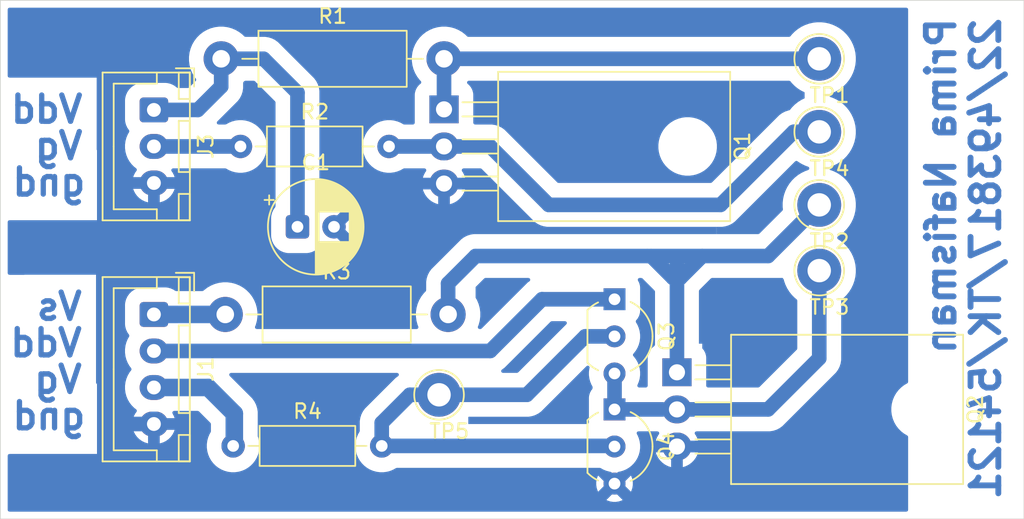
<source format=kicad_pcb>
(kicad_pcb (version 20241229) (generator "pcbnew") (generator_version "9.0")
  (layers (0 "F.Cu" signal) (2 "B.Cu" signal) (13 "F.Paste" user) (15 "B.Paste" user) (5 "F.SilkS" user "F.Silkscreen") (7 "B.SilkS" user "B.Silkscreen") (1 "F.Mask" user) (3 "B.Mask" user) (25 "Edge.Cuts" user))
  (net 0 "")
  (net 1 "GNDREF")
  (net 2 "Net-(Q1-G)")
  (net 3 "Net-(Q1-D)")
  (net 4 "Vd")
  (net 5 "Net-(Q3-B)")
  (net 6 "Net-(Q2-G)")
  (net 7 "Vg")
  (net 8 "Net-(Q2-D)")
  (net 9 "Vs")
  (net 10 "Net-(J3-Pin_1)")
  (net 11 "Net-(J1-Pin_3)")
  (footprint "Connector_JST:JST_XH_B3B-XH-A_1x03_P2.50mm_Vertical" (layer "F.Cu") (at 76 104 -90)
    (property "Reference" "J3" (at 2.5 -3.55 90) (layer "F.SilkS"))
    (property "Value" "Conn_01x03")
    (fp_line (start -2.56 3.51) (end 7.56 3.51) (stroke (width 0.12)) (layer "F.SilkS"))
    (fp_line (start 7.56 3.51) (end 7.56 -2.46) (stroke (width 0.12)) (layer "F.SilkS"))
    (fp_line (start -1.8 2.75) (end 2.5 2.75) (stroke (width 0.12)) (layer "F.SilkS"))
    (fp_line (start 6.8 2.75) (end 2.5 2.75) (stroke (width 0.12)) (layer "F.SilkS"))
    (fp_line (start -2.55 -0.2) (end -1.8 -0.2) (stroke (width 0.12)) (layer "F.SilkS"))
    (fp_line (start -1.8 -0.2) (end -1.8 2.75) (stroke (width 0.12)) (layer "F.SilkS"))
    (fp_line (start 6.8 -0.2) (end 6.8 2.75) (stroke (width 0.12)) (layer "F.SilkS"))
    (fp_line (start 7.55 -0.2) (end 6.8 -0.2) (stroke (width 0.12)) (layer "F.SilkS"))
    (fp_line (start -2.55 -1.7) (end -0.75 -1.7) (stroke (width 0.12)) (layer "F.SilkS"))
    (fp_line (start -0.75 -1.7) (end -0.75 -2.45) (stroke (width 0.12)) (layer "F.SilkS"))
    (fp_line (start 0.75 -1.7) (end 4.25 -1.7) (stroke (width 0.12)) (layer "F.SilkS"))
    (fp_line (start 4.25 -1.7) (end 4.25 -2.45) (stroke (width 0.12)) (layer "F.SilkS"))
    (fp_line (start 5.75 -1.7) (end 7.55 -1.7) (stroke (width 0.12)) (layer "F.SilkS"))
    (fp_line (start 7.55 -1.7) (end 7.55 -2.45) (stroke (width 0.12)) (layer "F.SilkS"))
    (fp_line (start -2.55 -2.45) (end -2.55 -1.7) (stroke (width 0.12)) (layer "F.SilkS"))
    (fp_line (start -0.75 -2.45) (end -2.55 -2.45) (stroke (width 0.12)) (layer "F.SilkS"))
    (fp_line (start 0.75 -2.45) (end 0.75 -1.7) (stroke (width 0.12)) (layer "F.SilkS"))
    (fp_line (start 4.25 -2.45) (end 0.75 -2.45) (stroke (width 0.12)) (layer "F.SilkS"))
    (fp_line (start 5.75 -2.45) (end 5.75 -1.7) (stroke (width 0.12)) (layer "F.SilkS"))
    (fp_line (start 7.55 -2.45) (end 5.75 -2.45) (stroke (width 0.12)) (layer "F.SilkS"))
    (fp_line (start -2.56 -2.46) (end -2.56 3.51) (stroke (width 0.12)) (layer "F.SilkS"))
    (fp_line (start 7.56 -2.46) (end -2.56 -2.46) (stroke (width 0.12)) (layer "F.SilkS"))
    (fp_line (start -2.85 -2.75) (end -2.85 -1.5) (stroke (width 0.12)) (layer "F.SilkS"))
    (fp_line (start -1.6 -2.75) (end -2.85 -2.75) (stroke (width 0.12)) (layer "F.SilkS"))
    (pad "1" thru_hole roundrect (at 0 0 270) (size 1.7 1.95) (drill 0.95) (layers "*.Cu" "*.Mask") (roundrect_rratio 0.147059) (net 10 "Net-(J3-Pin_1)"))
    (pad "2" thru_hole oval (at 2.5 0 270) (size 1.7 1.95) (drill 0.95) (layers "*.Cu" "*.Mask") (net 7 "Vg"))
    (pad "3" thru_hole oval (at 5 0 270) (size 1.7 1.95) (drill 0.95) (layers "*.Cu" "*.Mask") (net 1 "GNDREF"))
  )
  (footprint "Package_TO_SOT_THT:TO-92_Inline_Wide" (layer "F.Cu") (at 107.5 124.5 -90)
    (property "Reference" "Q4" (at 2.54 -3.56 270) (layer "F.SilkS"))
    (property "Value" "PNP")
    (fp_line (start 0.74 1.85) (end 4.34 1.85) (stroke (width 0.12)) (layer "F.SilkS"))
    (fp_arc (start 0.74 1.85) (mid 0.446097 1.509328) (end 0.215816 1.122795) (stroke (width 0.12)) (layer "F.SilkS"))
    (fp_arc (start 4.864184 1.122795) (mid 4.633903 1.509328) (end 4.34 1.85) (stroke (width 0.12)) (layer "F.SilkS"))
    (fp_arc (start 0.1836 -1.098807) (mid 1.143021 -2.192817) (end 2.54 -2.6) (stroke (width 0.12)) (layer "F.SilkS"))
    (fp_arc (start 2.54 -2.6) (mid 3.936979 -2.192818) (end 4.8964 -1.098807) (stroke (width 0.12)) (layer "F.SilkS"))
    (pad "1" thru_hole rect (at 0 0 270) (size 1.5 1.5) (drill 0.8) (layers "*.Cu" "*.Mask") (net 6 "Net-(Q2-G)"))
    (pad "2" thru_hole circle (at 2.54 0 270) (size 1.5 1.5) (drill 0.8) (layers "*.Cu" "*.Mask") (net 5 "Net-(Q3-B)"))
    (pad "3" thru_hole circle (at 5.08 0 270) (size 1.5 1.5) (drill 0.8) (layers "*.Cu" "*.Mask") (net 1 "GNDREF"))
  )
  (footprint "Resistor_THT:R_Axial_DIN0207_L6.3mm_D2.5mm_P10.16mm_Horizontal" (layer "F.Cu") (at 81.42 127)
    (property "Reference" "R4" (at 5.08 -2.37 0) (layer "F.SilkS"))
    (property "Value" "47")
    (fp_line (start 1.04 0) (end 1.81 0) (stroke (width 0.12)) (layer "F.SilkS"))
    (fp_line (start 9.12 0) (end 8.35 0) (stroke (width 0.12)) (layer "F.SilkS"))
    (fp_rect (start 1.81 -1.37) (end 8.35 1.37) (stroke (width 0.12)) (fill no) (layer "F.SilkS"))
    (pad "1" thru_hole circle (at 0 0) (size 1.6 1.6) (drill 0.8) (layers "*.Cu" "*.Mask") (net 11 "Net-(J1-Pin_3)"))
    (pad "2" thru_hole circle (at 10.16 0) (size 1.6 1.6) (drill 0.8) (layers "*.Cu" "*.Mask") (net 5 "Net-(Q3-B)"))
  )
  (footprint "TestPoint:TestPoint_Loop_D2.60mm_Drill1.6mm_Beaded" (layer "F.Cu") (at 121.5 105.5)
    (property "Reference" "TP4" (at 0.7 2.5 0) (layer "F.SilkS"))
    (property "Value" "TestPoint")
    (fp_circle (center 0 0) (end 1.7 0) (stroke (width 0.12)) (fill no) (layer "F.SilkS"))
    (pad "1" thru_hole circle (at 0 0) (size 3 3) (drill 1.6) (layers "*.Cu" "*.Mask") (net 2 "Net-(Q1-G)"))
  )
  (footprint "Package_TO_SOT_THT:TO-220-3_Horizontal_TabDown" (layer "F.Cu") (at 111.77 121.96 -90)
    (property "Reference" "Q2" (at 2.54 -20.41 90) (layer "F.SilkS"))
    (property "Value" "NMOS")
    (fp_line (start -2.57 -3.7) (end 7.65 -3.7) (stroke (width 0.12)) (layer "F.SilkS"))
    (fp_line (start -2.57 -3.7) (end -2.57 -19.57) (stroke (width 0.12)) (layer "F.SilkS"))
    (fp_line (start -0.485 -3.7) (end -0.485 -1.26) (stroke (width 0.12)) (layer "F.SilkS"))
    (fp_line (start 0.485 -3.7) (end 0.485 -1.26) (stroke (width 0.12)) (layer "F.SilkS"))
    (fp_line (start 2.055 -3.7) (end 2.055 -1.26) (stroke (width 0.12)) (layer "F.SilkS"))
    (fp_line (start 3.025 -3.7) (end 3.025 -1.26) (stroke (width 0.12)) (layer "F.SilkS"))
    (fp_line (start 4.595 -3.7) (end 4.595 -1.26) (stroke (width 0.12)) (layer "F.SilkS"))
    (fp_line (start 5.565 -3.7) (end 5.565 -1.26) (stroke (width 0.12)) (layer "F.SilkS"))
    (fp_line (start 7.65 -3.7) (end 7.65 -19.57) (stroke (width 0.12)) (layer "F.SilkS"))
    (fp_line (start -2.57 -19.57) (end 7.65 -19.57) (stroke (width 0.12)) (layer "F.SilkS"))
    (pad "" np_thru_hole circle (at 2.54 -16.66 270) (size 3.5 3.5) (drill 3.5) (layers "*.Cu" "*.Mask"))
    (pad "1" thru_hole rect (at 0 0 270) (size 1.905 2) (drill 1.1) (layers "*.Cu" "*.Mask") (net 8 "Net-(Q2-D)"))
    (pad "2" thru_hole oval (at 2.54 0 270) (size 1.905 2) (drill 1.1) (layers "*.Cu" "*.Mask") (net 6 "Net-(Q2-G)"))
    (pad "3" thru_hole oval (at 5.08 0 270) (size 1.905 2) (drill 1.1) (layers "*.Cu" "*.Mask") (net 1 "GNDREF"))
  )
  (footprint "Package_TO_SOT_THT:TO-220-3_Horizontal_TabDown" (layer "F.Cu") (at 95.84 103.96 -90)
    (property "Reference" "Q1" (at 2.54 -20.41 90) (layer "F.SilkS"))
    (property "Value" "NMOS")
    (fp_line (start -2.57 -3.7) (end 7.65 -3.7) (stroke (width 0.12)) (layer "F.SilkS"))
    (fp_line (start -2.57 -3.7) (end -2.57 -19.57) (stroke (width 0.12)) (layer "F.SilkS"))
    (fp_line (start -0.485 -3.7) (end -0.485 -1.26) (stroke (width 0.12)) (layer "F.SilkS"))
    (fp_line (start 0.485 -3.7) (end 0.485 -1.26) (stroke (width 0.12)) (layer "F.SilkS"))
    (fp_line (start 2.055 -3.7) (end 2.055 -1.26) (stroke (width 0.12)) (layer "F.SilkS"))
    (fp_line (start 3.025 -3.7) (end 3.025 -1.26) (stroke (width 0.12)) (layer "F.SilkS"))
    (fp_line (start 4.595 -3.7) (end 4.595 -1.26) (stroke (width 0.12)) (layer "F.SilkS"))
    (fp_line (start 5.565 -3.7) (end 5.565 -1.26) (stroke (width 0.12)) (layer "F.SilkS"))
    (fp_line (start 7.65 -3.7) (end 7.65 -19.57) (stroke (width 0.12)) (layer "F.SilkS"))
    (fp_line (start -2.57 -19.57) (end 7.65 -19.57) (stroke (width 0.12)) (layer "F.SilkS"))
    (pad "" np_thru_hole circle (at 2.54 -16.66 270) (size 3.5 3.5) (drill 3.5) (layers "*.Cu" "*.Mask"))
    (pad "1" thru_hole rect (at 0 0 270) (size 1.905 2) (drill 1.1) (layers "*.Cu" "*.Mask") (net 3 "Net-(Q1-D)"))
    (pad "2" thru_hole oval (at 2.54 0 270) (size 1.905 2) (drill 1.1) (layers "*.Cu" "*.Mask") (net 2 "Net-(Q1-G)"))
    (pad "3" thru_hole oval (at 5.08 0 270) (size 1.905 2) (drill 1.1) (layers "*.Cu" "*.Mask") (net 1 "GNDREF"))
  )
  (footprint "Capacitor_THT:CP_Radial_D6.3mm_P2.50mm" (layer "F.Cu") (at 85.817621 112)
    (property "Reference" "C1" (at 1.25 -4.4 0) (layer "F.SilkS"))
    (property "Value" "100u")
    (fp_line (start -2.250241 -1.839) (end -1.620241 -1.839) (stroke (width 0.12)) (layer "F.SilkS"))
    (fp_line (start -1.935241 -2.154) (end -1.935241 -1.524) (stroke (width 0.12)) (layer "F.SilkS"))
    (fp_line (start 1.25 -3.23) (end 1.25 3.23) (stroke (width 0.12)) (layer "F.SilkS"))
    (fp_line (start 1.29 -3.23) (end 1.29 3.23) (stroke (width 0.12)) (layer "F.SilkS"))
    (fp_line (start 1.33 -3.229) (end 1.33 3.229) (stroke (width 0.12)) (layer "F.SilkS"))
    (fp_line (start 1.37 -3.228) (end 1.37 3.228) (stroke (width 0.12)) (layer "F.SilkS"))
    (fp_line (start 1.41 -3.226) (end 1.41 3.226) (stroke (width 0.12)) (layer "F.SilkS"))
    (fp_line (start 1.45 -3.224) (end 1.45 3.224) (stroke (width 0.12)) (layer "F.SilkS"))
    (fp_line (start 1.49 -3.221) (end 1.49 -1.04) (stroke (width 0.12)) (layer "F.SilkS"))
    (fp_line (start 1.49 1.04) (end 1.49 3.221) (stroke (width 0.12)) (layer "F.SilkS"))
    (fp_line (start 1.53 -3.218) (end 1.53 -1.04) (stroke (width 0.12)) (layer "F.SilkS"))
    (fp_line (start 1.53 1.04) (end 1.53 3.218) (stroke (width 0.12)) (layer "F.SilkS"))
    (fp_line (start 1.57 -3.214) (end 1.57 -1.04) (stroke (width 0.12)) (layer "F.SilkS"))
    (fp_line (start 1.57 1.04) (end 1.57 3.214) (stroke (width 0.12)) (layer "F.SilkS"))
    (fp_line (start 1.61 -3.21) (end 1.61 -1.04) (stroke (width 0.12)) (layer "F.SilkS"))
    (fp_line (start 1.61 1.04) (end 1.61 3.21) (stroke (width 0.12)) (layer "F.SilkS"))
    (fp_line (start 1.65 -3.205) (end 1.65 -1.04) (stroke (width 0.12)) (layer "F.SilkS"))
    (fp_line (start 1.65 1.04) (end 1.65 3.205) (stroke (width 0.12)) (layer "F.SilkS"))
    (fp_line (start 1.69 -3.2) (end 1.69 -1.04) (stroke (width 0.12)) (layer "F.SilkS"))
    (fp_line (start 1.69 1.04) (end 1.69 3.2) (stroke (width 0.12)) (layer "F.SilkS"))
    (fp_line (start 1.73 -3.195) (end 1.73 -1.04) (stroke (width 0.12)) (layer "F.SilkS"))
    (fp_line (start 1.73 1.04) (end 1.73 3.195) (stroke (width 0.12)) (layer "F.SilkS"))
    (fp_line (start 1.77 -3.188) (end 1.77 -1.04) (stroke (width 0.12)) (layer "F.SilkS"))
    (fp_line (start 1.77 1.04) (end 1.77 3.188) (stroke (width 0.12)) (layer "F.SilkS"))
    (fp_line (start 1.81 -3.182) (end 1.81 -1.04) (stroke (width 0.12)) (layer "F.SilkS"))
    (fp_line (start 1.81 1.04) (end 1.81 3.182) (stroke (width 0.12)) (layer "F.SilkS"))
    (fp_line (start 1.85 -3.174) (end 1.85 -1.04) (stroke (width 0.12)) (layer "F.SilkS"))
    (fp_line (start 1.85 1.04) (end 1.85 3.174) (stroke (width 0.12)) (layer "F.SilkS"))
    (fp_line (start 1.89 -3.167) (end 1.89 -1.04) (stroke (width 0.12)) (layer "F.SilkS"))
    (fp_line (start 1.89 1.04) (end 1.89 3.167) (stroke (width 0.12)) (layer "F.SilkS"))
    (fp_line (start 1.93 -3.159) (end 1.93 -1.04) (stroke (width 0.12)) (layer "F.SilkS"))
    (fp_line (start 1.93 1.04) (end 1.93 3.159) (stroke (width 0.12)) (layer "F.SilkS"))
    (fp_line (start 1.97 -3.15) (end 1.97 -1.04) (stroke (width 0.12)) (layer "F.SilkS"))
    (fp_line (start 1.97 1.04) (end 1.97 3.15) (stroke (width 0.12)) (layer "F.SilkS"))
    (fp_line (start 2.01 -3.14) (end 2.01 -1.04) (stroke (width 0.12)) (layer "F.SilkS"))
    (fp_line (start 2.01 1.04) (end 2.01 3.14) (stroke (width 0.12)) (layer "F.SilkS"))
    (fp_line (start 2.05 -3.131) (end 2.05 -1.04) (stroke (width 0.12)) (layer "F.SilkS"))
    (fp_line (start 2.05 1.04) (end 2.05 3.131) (stroke (width 0.12)) (layer "F.SilkS"))
    (fp_line (start 2.09 -3.12) (end 2.09 -1.04) (stroke (width 0.12)) (layer "F.SilkS"))
    (fp_line (start 2.09 1.04) (end 2.09 3.12) (stroke (width 0.12)) (layer "F.SilkS"))
    (fp_line (start 2.13 -3.109) (end 2.13 -1.04) (stroke (width 0.12)) (layer "F.SilkS"))
    (fp_line (start 2.13 1.04) (end 2.13 3.109) (stroke (width 0.12)) (layer "F.SilkS"))
    (fp_line (start 2.17 -3.098) (end 2.17 -1.04) (stroke (width 0.12)) (layer "F.SilkS"))
    (fp_line (start 2.17 1.04) (end 2.17 3.098) (stroke (width 0.12)) (layer "F.SilkS"))
    (fp_line (start 2.21 -3.086) (end 2.21 -1.04) (stroke (width 0.12)) (layer "F.SilkS"))
    (fp_line (start 2.21 1.04) (end 2.21 3.086) (stroke (width 0.12)) (layer "F.SilkS"))
    (fp_line (start 2.25 -3.073) (end 2.25 -1.04) (stroke (width 0.12)) (layer "F.SilkS"))
    (fp_line (start 2.25 1.04) (end 2.25 3.073) (stroke (width 0.12)) (layer "F.SilkS"))
    (fp_line (start 2.29 -3.06) (end 2.29 -1.04) (stroke (width 0.12)) (layer "F.SilkS"))
    (fp_line (start 2.29 1.04) (end 2.29 3.06) (stroke (width 0.12)) (layer "F.SilkS"))
    (fp_line (start 2.33 -3.047) (end 2.33 -1.04) (stroke (width 0.12)) (layer "F.SilkS"))
    (fp_line (start 2.33 1.04) (end 2.33 3.047) (stroke (width 0.12)) (layer "F.SilkS"))
    (fp_line (start 2.37 -3.032) (end 2.37 -1.04) (stroke (width 0.12)) (layer "F.SilkS"))
    (fp_line (start 2.37 1.04) (end 2.37 3.032) (stroke (width 0.12)) (layer "F.SilkS"))
    (fp_line (start 2.41 -3.017) (end 2.41 -1.04) (stroke (width 0.12)) (layer "F.SilkS"))
    (fp_line (start 2.41 1.04) (end 2.41 3.017) (stroke (width 0.12)) (layer "F.SilkS"))
    (fp_line (start 2.45 -3.002) (end 2.45 -1.04) (stroke (width 0.12)) (layer "F.SilkS"))
    (fp_line (start 2.45 1.04) (end 2.45 3.002) (stroke (width 0.12)) (layer "F.SilkS"))
    (fp_line (start 2.49 -2.986) (end 2.49 -1.04) (stroke (width 0.12)) (layer "F.SilkS"))
    (fp_line (start 2.49 1.04) (end 2.49 2.986) (stroke (width 0.12)) (layer "F.SilkS"))
    (fp_line (start 2.53 -2.969) (end 2.53 -1.04) (stroke (width 0.12)) (layer "F.SilkS"))
    (fp_line (start 2.53 1.04) (end 2.53 2.969) (stroke (width 0.12)) (layer "F.SilkS"))
    (fp_line (start 2.57 -2.952) (end 2.57 -1.04) (stroke (width 0.12)) (layer "F.SilkS"))
    (fp_line (start 2.57 1.04) (end 2.57 2.952) (stroke (width 0.12)) (layer "F.SilkS"))
    (fp_line (start 2.61 -2.934) (end 2.61 -1.04) (stroke (width 0.12)) (layer "F.SilkS"))
    (fp_line (start 2.61 1.04) (end 2.61 2.934) (stroke (width 0.12)) (layer "F.SilkS"))
    (fp_line (start 2.65 -2.915) (end 2.65 -1.04) (stroke (width 0.12)) (layer "F.SilkS"))
    (fp_line (start 2.65 1.04) (end 2.65 2.915) (stroke (width 0.12)) (layer "F.SilkS"))
    (fp_line (start 2.69 -2.896) (end 2.69 -1.04) (stroke (width 0.12)) (layer "F.SilkS"))
    (fp_line (start 2.69 1.04) (end 2.69 2.896) (stroke (width 0.12)) (layer "F.SilkS"))
    (fp_line (start 2.73 -2.876) (end 2.73 -1.04) (stroke (width 0.12)) (layer "F.SilkS"))
    (fp_line (start 2.73 1.04) (end 2.73 2.876) (stroke (width 0.12)) (layer "F.SilkS"))
    (fp_line (start 2.77 -2.855) (end 2.77 -1.04) (stroke (width 0.12)) (layer "F.SilkS"))
    (fp_line (start 2.77 1.04) (end 2.77 2.855) (stroke (width 0.12)) (layer "F.SilkS"))
    (fp_line (start 2.81 -2.834) (end 2.81 -1.04) (stroke (width 0.12)) (layer "F.SilkS"))
    (fp_line (start 2.81 1.04) (end 2.81 2.834) (stroke (width 0.12)) (layer "F.SilkS"))
    (fp_line (start 2.85 -2.812) (end 2.85 -1.04) (stroke (width 0.12)) (layer "F.SilkS"))
    (fp_line (start 2.85 1.04) (end 2.85 2.812) (stroke (width 0.12)) (layer "F.SilkS"))
    (fp_line (start 2.89 -2.789) (end 2.89 -1.04) (stroke (width 0.12)) (layer "F.SilkS"))
    (fp_line (start 2.89 1.04) (end 2.89 2.789) (stroke (width 0.12)) (layer "F.SilkS"))
    (fp_line (start 2.93 -2.765) (end 2.93 -1.04) (stroke (width 0.12)) (layer "F.SilkS"))
    (fp_line (start 2.93 1.04) (end 2.93 2.765) (stroke (width 0.12)) (layer "F.SilkS"))
    (fp_line (start 2.97 -2.741) (end 2.97 -1.04) (stroke (width 0.12)) (layer "F.SilkS"))
    (fp_line (start 2.97 1.04) (end 2.97 2.741) (stroke (width 0.12)) (layer "F.SilkS"))
    (fp_line (start 3.01 -2.716) (end 3.01 -1.04) (stroke (width 0.12)) (layer "F.SilkS"))
    (fp_line (start 3.01 1.04) (end 3.01 2.716) (stroke (width 0.12)) (layer "F.SilkS"))
    (fp_line (start 3.05 -2.69) (end 3.05 -1.04) (stroke (width 0.12)) (layer "F.SilkS"))
    (fp_line (start 3.05 1.04) (end 3.05 2.69) (stroke (width 0.12)) (layer "F.SilkS"))
    (fp_line (start 3.09 -2.663) (end 3.09 -1.04) (stroke (width 0.12)) (layer "F.SilkS"))
    (fp_line (start 3.09 1.04) (end 3.09 2.663) (stroke (width 0.12)) (layer "F.SilkS"))
    (fp_line (start 3.13 -2.636) (end 3.13 -1.04) (stroke (width 0.12)) (layer "F.SilkS"))
    (fp_line (start 3.13 1.04) (end 3.13 2.636) (stroke (width 0.12)) (layer "F.SilkS"))
    (fp_line (start 3.17 -2.607) (end 3.17 -1.04) (stroke (width 0.12)) (layer "F.SilkS"))
    (fp_line (start 3.17 1.04) (end 3.17 2.607) (stroke (width 0.12)) (layer "F.SilkS"))
    (fp_line (start 3.21 -2.577) (end 3.21 -1.04) (stroke (width 0.12)) (layer "F.SilkS"))
    (fp_line (start 3.21 1.04) (end 3.21 2.577) (stroke (width 0.12)) (layer "F.SilkS"))
    (fp_line (start 3.25 -2.547) (end 3.25 -1.04) (stroke (width 0.12)) (layer "F.SilkS"))
    (fp_line (start 3.25 1.04) (end 3.25 2.547) (stroke (width 0.12)) (layer "F.SilkS"))
    (fp_line (start 3.29 -2.516) (end 3.29 -1.04) (stroke (width 0.12)) (layer "F.SilkS"))
    (fp_line (start 3.29 1.04) (end 3.29 2.516) (stroke (width 0.12)) (layer "F.SilkS"))
    (fp_line (start 3.33 -2.483) (end 3.33 -1.04) (stroke (width 0.12)) (layer "F.SilkS"))
    (fp_line (start 3.33 1.04) (end 3.33 2.483) (stroke (width 0.12)) (layer "F.SilkS"))
    (fp_line (start 3.37 -2.45) (end 3.37 -1.04) (stroke (width 0.12)) (layer "F.SilkS"))
    (fp_line (start 3.37 1.04) (end 3.37 2.45) (stroke (width 0.12)) (layer "F.SilkS"))
    (fp_line (start 3.41 -2.415) (end 3.41 -1.04) (stroke (width 0.12)) (layer "F.SilkS"))
    (fp_line (start 3.41 1.04) (end 3.41 2.415) (stroke (width 0.12)) (layer "F.SilkS"))
    (fp_line (start 3.45 -2.379) (end 3.45 -1.04) (stroke (width 0.12)) (layer "F.SilkS"))
    (fp_line (start 3.45 1.04) (end 3.45 2.379) (stroke (width 0.12)) (layer "F.SilkS"))
    (fp_line (start 3.49 -2.342) (end 3.49 -1.04) (stroke (width 0.12)) (layer "F.SilkS"))
    (fp_line (start 3.49 1.04) (end 3.49 2.342) (stroke (width 0.12)) (layer "F.SilkS"))
    (fp_line (start 3.53 -2.304) (end 3.53 -1.04) (stroke (width 0.12)) (layer "F.SilkS"))
    (fp_line (start 3.53 1.04) (end 3.53 2.304) (stroke (width 0.12)) (layer "F.SilkS"))
    (fp_line (start 3.57 -2.264) (end 3.57 2.264) (stroke (width 0.12)) (layer "F.SilkS"))
    (fp_line (start 3.61 -2.223) (end 3.61 2.223) (stroke (width 0.12)) (layer "F.SilkS"))
    (fp_line (start 3.65 -2.181) (end 3.65 2.181) (stroke (width 0.12)) (layer "F.SilkS"))
    (fp_line (start 3.69 -2.137) (end 3.69 2.137) (stroke (width 0.12)) (layer "F.SilkS"))
    (fp_line (start 3.73 -2.091) (end 3.73 2.091) (stroke (width 0.12)) (layer "F.SilkS"))
    (fp_line (start 3.77 -2.044) (end 3.77 2.044) (stroke (width 0.12)) (layer "F.SilkS"))
    (fp_line (start 3.81 -1.995) (end 3.81 1.995) (stroke (width 0.12)) (layer "F.SilkS"))
    (fp_line (start 3.85 -1.943) (end 3.85 1.943) (stroke (width 0.12)) (layer "F.SilkS"))
    (fp_line (start 3.89 -1.89) (end 3.89 1.89) (stroke (width 0.12)) (layer "F.SilkS"))
    (fp_line (start 3.93 -1.834) (end 3.93 1.834) (stroke (width 0.12)) (layer "F.SilkS"))
    (fp_line (start 3.97 -1.775) (end 3.97 1.775) (stroke (width 0.12)) (layer "F.SilkS"))
    (fp_line (start 4.01 -1.714) (end 4.01 1.714) (stroke (width 0.12)) (layer "F.SilkS"))
    (fp_line (start 4.05 -1.649) (end 4.05 1.649) (stroke (width 0.12)) (layer "F.SilkS"))
    (fp_line (start 4.09 -1.581) (end 4.09 1.581) (stroke (width 0.12)) (layer "F.SilkS"))
    (fp_line (start 4.13 -1.509) (end 4.13 1.509) (stroke (width 0.12)) (layer "F.SilkS"))
    (fp_line (start 4.17 -1.432) (end 4.17 1.432) (stroke (width 0.12)) (layer "F.SilkS"))
    (fp_line (start 4.21 -1.35) (end 4.21 1.35) (stroke (width 0.12)) (layer "F.SilkS"))
    (fp_line (start 4.25 -1.261) (end 4.25 1.261) (stroke (width 0.12)) (layer "F.SilkS"))
    (fp_line (start 4.29 -1.165) (end 4.29 1.165) (stroke (width 0.12)) (layer "F.SilkS"))
    (fp_line (start 4.33 -1.058) (end 4.33 1.058) (stroke (width 0.12)) (layer "F.SilkS"))
    (fp_line (start 4.37 -0.939) (end 4.37 0.939) (stroke (width 0.12)) (layer "F.SilkS"))
    (fp_line (start 4.41 -0.801) (end 4.41 0.801) (stroke (width 0.12)) (layer "F.SilkS"))
    (fp_line (start 4.45 -0.633) (end 4.45 0.633) (stroke (width 0.12)) (layer "F.SilkS"))
    (fp_line (start 4.49 -0.402) (end 4.49 0.402) (stroke (width 0.12)) (layer "F.SilkS"))
    (fp_circle (center 1.25 0) (end 4.52 0) (stroke (width 0.12)) (fill no) (layer "F.SilkS"))
    (pad "1" thru_hole roundrect (at 0 0) (size 1.6 1.6) (drill 0.8) (layers "*.Cu" "*.Mask") (roundrect_rratio 0.15625) (net 10 "Net-(J3-Pin_1)"))
    (pad "2" thru_hole circle (at 2.5 0) (size 1.6 1.6) (drill 0.8) (layers "*.Cu" "*.Mask") (net 1 "GNDREF"))
  )
  (footprint "TestPoint:TestPoint_Loop_D2.60mm_Drill1.6mm_Beaded" (layer "F.Cu") (at 95.5 123.5)
    (property "Reference" "TP5" (at 0.7 2.5 0) (layer "F.SilkS"))
    (property "Value" "TestPoint")
    (fp_circle (center 0 0) (end 1.7 0) (stroke (width 0.12)) (fill no) (layer "F.SilkS"))
    (pad "1" thru_hole circle (at 0 0) (size 3 3) (drill 1.6) (layers "*.Cu" "*.Mask") (net 5 "Net-(Q3-B)"))
  )
  (footprint "Resistor_THT:R_Axial_DIN0411_L9.9mm_D3.6mm_P15.24mm_Horizontal" (layer "F.Cu") (at 80.6 100.5)
    (property "Reference" "R1" (at 7.62 -2.92 0) (layer "F.SilkS"))
    (property "Value" "10")
    (fp_line (start 1.44 0) (end 2.55 0) (stroke (width 0.12)) (layer "F.SilkS"))
    (fp_line (start 13.8 0) (end 12.69 0) (stroke (width 0.12)) (layer "F.SilkS"))
    (fp_rect (start 2.55 -1.92) (end 12.69 1.92) (stroke (width 0.12)) (fill no) (layer "F.SilkS"))
    (pad "1" thru_hole circle (at 0 0) (size 2.4 2.4) (drill 1.2) (layers "*.Cu" "*.Mask") (net 10 "Net-(J3-Pin_1)"))
    (pad "2" thru_hole circle (at 15.24 0) (size 2.4 2.4) (drill 1.2) (layers "*.Cu" "*.Mask") (net 3 "Net-(Q1-D)"))
  )
  (footprint "TestPoint:TestPoint_Loop_D2.60mm_Drill1.6mm_Beaded" (layer "F.Cu") (at 121.5 115)
    (property "Reference" "TP3" (at 0.7 2.5 0) (layer "F.SilkS"))
    (property "Value" "TestPoint")
    (fp_circle (center 0 0) (end 1.7 0) (stroke (width 0.12)) (fill no) (layer "F.SilkS"))
    (pad "1" thru_hole circle (at 0 0) (size 3 3) (drill 1.6) (layers "*.Cu" "*.Mask") (net 6 "Net-(Q2-G)"))
  )
  (footprint "Resistor_THT:R_Axial_DIN0411_L9.9mm_D3.6mm_P15.24mm_Horizontal" (layer "F.Cu") (at 80.88 118)
    (property "Reference" "R3" (at 7.62 -2.92 0) (layer "F.SilkS"))
    (property "Value" "10")
    (fp_line (start 1.44 0) (end 2.55 0) (stroke (width 0.12)) (layer "F.SilkS"))
    (fp_line (start 13.8 0) (end 12.69 0) (stroke (width 0.12)) (layer "F.SilkS"))
    (fp_rect (start 2.55 -1.92) (end 12.69 1.92) (stroke (width 0.12)) (fill no) (layer "F.SilkS"))
    (pad "1" thru_hole circle (at 0 0) (size 2.4 2.4) (drill 1.2) (layers "*.Cu" "*.Mask") (net 9 "Vs"))
    (pad "2" thru_hole circle (at 15.24 0) (size 2.4 2.4) (drill 1.2) (layers "*.Cu" "*.Mask") (net 8 "Net-(Q2-D)"))
  )
  (footprint "Connector_JST:JST_XH_B4B-XH-A_1x04_P2.50mm_Vertical" (layer "F.Cu") (at 76 118 -90)
    (property "Reference" "J1" (at 3.75 -3.55 90) (layer "F.SilkS"))
    (property "Value" "Conn_01x04")
    (fp_line (start -2.56 3.51) (end 10.06 3.51) (stroke (width 0.12)) (layer "F.SilkS"))
    (fp_line (start 10.06 3.51) (end 10.06 -2.46) (stroke (width 0.12)) (layer "F.SilkS"))
    (fp_line (start -1.8 2.75) (end 3.75 2.75) (stroke (width 0.12)) (layer "F.SilkS"))
    (fp_line (start 9.3 2.75) (end 3.75 2.75) (stroke (width 0.12)) (layer "F.SilkS"))
    (fp_line (start -2.55 -0.2) (end -1.8 -0.2) (stroke (width 0.12)) (layer "F.SilkS"))
    (fp_line (start -1.8 -0.2) (end -1.8 2.75) (stroke (width 0.12)) (layer "F.SilkS"))
    (fp_line (start 9.3 -0.2) (end 9.3 2.75) (stroke (width 0.12)) (layer "F.SilkS"))
    (fp_line (start 10.05 -0.2) (end 9.3 -0.2) (stroke (width 0.12)) (layer "F.SilkS"))
    (fp_line (start -2.55 -1.7) (end -0.75 -1.7) (stroke (width 0.12)) (layer "F.SilkS"))
    (fp_line (start -0.75 -1.7) (end -0.75 -2.45) (stroke (width 0.12)) (layer "F.SilkS"))
    (fp_line (start 0.75 -1.7) (end 6.75 -1.7) (stroke (width 0.12)) (layer "F.SilkS"))
    (fp_line (start 6.75 -1.7) (end 6.75 -2.45) (stroke (width 0.12)) (layer "F.SilkS"))
    (fp_line (start 8.25 -1.7) (end 10.05 -1.7) (stroke (width 0.12)) (layer "F.SilkS"))
    (fp_line (start 10.05 -1.7) (end 10.05 -2.45) (stroke (width 0.12)) (layer "F.SilkS"))
    (fp_line (start -2.55 -2.45) (end -2.55 -1.7) (stroke (width 0.12)) (layer "F.SilkS"))
    (fp_line (start -0.75 -2.45) (end -2.55 -2.45) (stroke (width 0.12)) (layer "F.SilkS"))
    (fp_line (start 0.75 -2.45) (end 0.75 -1.7) (stroke (width 0.12)) (layer "F.SilkS"))
    (fp_line (start 6.75 -2.45) (end 0.75 -2.45) (stroke (width 0.12)) (layer "F.SilkS"))
    (fp_line (start 8.25 -2.45) (end 8.25 -1.7) (stroke (width 0.12)) (layer "F.SilkS"))
    (fp_line (start 10.05 -2.45) (end 8.25 -2.45) (stroke (width 0.12)) (layer "F.SilkS"))
    (fp_line (start -2.56 -2.46) (end -2.56 3.51) (stroke (width 0.12)) (layer "F.SilkS"))
    (fp_line (start 10.06 -2.46) (end -2.56 -2.46) (stroke (width 0.12)) (layer "F.SilkS"))
    (fp_line (start -2.85 -2.75) (end -2.85 -1.5) (stroke (width 0.12)) (layer "F.SilkS"))
    (fp_line (start -1.6 -2.75) (end -2.85 -2.75) (stroke (width 0.12)) (layer "F.SilkS"))
    (pad "1" thru_hole roundrect (at 0 0 270) (size 1.7 1.95) (drill 0.95) (layers "*.Cu" "*.Mask") (roundrect_rratio 0.147059) (net 9 "Vs"))
    (pad "2" thru_hole oval (at 2.5 0 270) (size 1.7 1.95) (drill 0.95) (layers "*.Cu" "*.Mask") (net 4 "Vd"))
    (pad "3" thru_hole oval (at 5 0 270) (size 1.7 1.95) (drill 0.95) (layers "*.Cu" "*.Mask") (net 11 "Net-(J1-Pin_3)"))
    (pad "4" thru_hole oval (at 7.5 0 270) (size 1.7 1.95) (drill 0.95) (layers "*.Cu" "*.Mask") (net 1 "GNDREF"))
  )
  (footprint "Package_TO_SOT_THT:TO-92_Inline_Wide" (layer "F.Cu") (at 107.5 116.96 -90)
    (property "Reference" "Q3" (at 2.54 -3.56 270) (layer "F.SilkS"))
    (property "Value" "NPN")
    (fp_line (start 0.74 1.85) (end 4.34 1.85) (stroke (width 0.12)) (layer "F.SilkS"))
    (fp_arc (start 0.74 1.85) (mid 0.446097 1.509328) (end 0.215816 1.122795) (stroke (width 0.12)) (layer "F.SilkS"))
    (fp_arc (start 4.864184 1.122795) (mid 4.633903 1.509328) (end 4.34 1.85) (stroke (width 0.12)) (layer "F.SilkS"))
    (fp_arc (start 0.1836 -1.098807) (mid 1.143021 -2.192817) (end 2.54 -2.6) (stroke (width 0.12)) (layer "F.SilkS"))
    (fp_arc (start 2.54 -2.6) (mid 3.936979 -2.192818) (end 4.8964 -1.098807) (stroke (width 0.12)) (layer "F.SilkS"))
    (pad "1" thru_hole rect (at 0 0 270) (size 1.5 1.5) (drill 0.8) (layers "*.Cu" "*.Mask") (net 4 "Vd"))
    (pad "2" thru_hole circle (at 2.54 0 270) (size 1.5 1.5) (drill 0.8) (layers "*.Cu" "*.Mask") (net 5 "Net-(Q3-B)"))
    (pad "3" thru_hole circle (at 5.08 0 270) (size 1.5 1.5) (drill 0.8) (layers "*.Cu" "*.Mask") (net 6 "Net-(Q2-G)"))
  )
  (footprint "TestPoint:TestPoint_Loop_D2.60mm_Drill1.6mm_Beaded" (layer "F.Cu") (at 121.5 100.5)
    (property "Reference" "TP1" (at 0.7 2.5 0) (layer "F.SilkS"))
    (property "Value" "TestPoint")
    (fp_circle (center 0 0) (end 1.7 0) (stroke (width 0.12)) (fill no) (layer "F.SilkS"))
    (pad "1" thru_hole circle (at 0 0) (size 3 3) (drill 1.6) (layers "*.Cu" "*.Mask") (net 3 "Net-(Q1-D)"))
  )
  (footprint "TestPoint:TestPoint_Loop_D2.60mm_Drill1.6mm_Beaded" (layer "F.Cu") (at 121.5 110.5)
    (property "Reference" "TP2" (at 0.7 2.5 0) (layer "F.SilkS"))
    (property "Value" "TestPoint")
    (fp_circle (center 0 0) (end 1.7 0) (stroke (width 0.12)) (fill no) (layer "F.SilkS"))
    (pad "1" thru_hole circle (at 0 0) (size 3 3) (drill 1.6) (layers "*.Cu" "*.Mask") (net 8 "Net-(Q2-D)"))
  )
  (footprint "Resistor_THT:R_Axial_DIN0207_L6.3mm_D2.5mm_P10.16mm_Horizontal" (layer "F.Cu") (at 81.92 106.5)
    (property "Reference" "R2" (at 5.08 -2.37 0) (layer "F.SilkS"))
    (property "Value" "47")
    (fp_line (start 1.04 0) (end 1.81 0) (stroke (width 0.12)) (layer "F.SilkS"))
    (fp_line (start 9.12 0) (end 8.35 0) (stroke (width 0.12)) (layer "F.SilkS"))
    (fp_rect (start 1.81 -1.37) (end 8.35 1.37) (stroke (width 0.12)) (fill no) (layer "F.SilkS"))
    (pad "1" thru_hole circle (at 0 0) (size 1.6 1.6) (drill 0.8) (layers "*.Cu" "*.Mask") (net 7 "Vg"))
    (pad "2" thru_hole circle (at 10.16 0) (size 1.6 1.6) (drill 0.8) (layers "*.Cu" "*.Mask") (net 2 "Net-(Q1-G)"))
  )
  (gr_rect (start 65.5 96.5) (end 135.5 132) (stroke (width 0.05)) (fill no) (layer "Edge.Cuts"))
  (gr_text "Vg\n" (at 71.262463 123.506249 0) (layer "B.Cu") (effects (font (size 1.8 1.8) (thickness 0.36) (bold yes)) (justify left bottom mirror)))
  (gr_text "Vg\n" (at 71.307634 107.517413 0) (layer "B.Cu") (effects (font (size 1.8 1.8) (thickness 0.36) (bold yes)) (justify left bottom mirror)))
  (gr_text "Vdd" (at 71.262463 121.006249 0) (layer "B.Cu") (effects (font (size 1.8 1.8) (thickness 0.36) (bold yes)) (justify left bottom mirror)))
  (gr_text "gnd" (at 71.5 126 0) (layer "B.Cu") (effects (font (size 1.8 1.8) (thickness 0.36) (bold yes)) (justify left bottom mirror)))
  (gr_text "Vs" (at 71.262463 118.506249 0) (layer "B.Cu") (effects (font (size 1.8 1.8) (thickness 0.36) (bold yes)) (justify left bottom mirror)))
  (gr_text "Vdd" (at 71.307634 105.017413 0) (layer "B.Cu") (effects (font (size 1.8 1.8) (thickness 0.36) (bold yes)) (justify left bottom mirror)))
  (gr_text "gnd" (at 71.5 110 0) (layer "B.Cu") (effects (font (size 1.8 1.8) (thickness 0.36) (bold yes)) (justify left bottom mirror)))
  (gr_text "Prima Nafisman\n22/493817/TK/54121" (at 134 97.5 90) (layer "B.Cu") (effects (font (size 1.9 1.9) (thickness 0.4) (bold yes)) (justify left bottom mirror)))
  (segment (start 76 125.5) (end 74.5 125.5) (width 1) (layer "B.Cu") (net 1))
  (segment (start 119.75 105.5) (end 121.5 105.5) (width 1) (layer "B.Cu") (net 2))
  (segment (start 103 110.5) (end 114.75 110.5) (width 1) (layer "B.Cu") (net 2))
  (segment (start 114.75 110.5) (end 119.75 105.5) (width 1) (layer "B.Cu") (net 2))
  (segment (start 92.08 106.5) (end 95.84 106.5) (width 1) (layer "B.Cu") (net 2))
  (segment (start 99 106.5) (end 103 110.5) (width 1) (layer "B.Cu") (net 2))
  (segment (start 95.84 106.5) (end 99 106.5) (width 1) (layer "B.Cu") (net 2))
  (segment (start 95.84 100.5) (end 95.84 103.96) (width 1) (layer "B.Cu") (net 3))
  (segment (start 95.84 100.5) (end 121.5 100.5) (width 1) (layer "B.Cu") (net 3))
  (segment (start 76 120.5) (end 99 120.5) (width 1) (layer "B.Cu") (net 4))
  (segment (start 99 120.5) (end 102.54 116.96) (width 1) (layer "B.Cu") (net 4))
  (segment (start 102.54 116.96) (end 107.5 116.96) (width 1) (layer "B.Cu") (net 4))
  (segment (start 101.5 123.5) (end 95.5 123.5) (width 1) (layer "B.Cu") (net 5))
  (segment (start 93.5 123.5) (end 91.58 125.42) (width 1) (layer "B.Cu") (net 5))
  (segment (start 107.46 127) (end 107.5 127.04) (width 1) (layer "B.Cu") (net 5))
  (segment (start 95.5 123.5) (end 93.5 123.5) (width 1) (layer "B.Cu") (net 5))
  (segment (start 107.5 119.5) (end 105.5 119.5) (width 1) (layer "B.Cu") (net 5))
  (segment (start 105.5 119.5) (end 101.5 123.5) (width 1) (layer "B.Cu") (net 5))
  (segment (start 91.58 127) (end 107.46 127) (width 1) (layer "B.Cu") (net 5))
  (segment (start 91.58 125.42) (end 91.58 127) (width 1) (layer "B.Cu") (net 5))
  (segment (start 121.5 115) (end 121.5 121) (width 1) (layer "B.Cu") (net 6))
  (segment (start 121.5 121) (end 118 124.5) (width 1) (layer "B.Cu") (net 6))
  (segment (start 107.5 124.5) (end 110.77 124.5) (width 1) (layer "B.Cu") (net 6))
  (segment (start 118 124.5) (end 111.77 124.5) (width 1) (layer "B.Cu") (net 6))
  (segment (start 107.5 124.5) (end 107.499999 121.91122) (width 1) (layer "B.Cu") (net 6))
  (segment (start 76 106.5) (end 81.92 106.5) (width 1) (layer "B.Cu") (net 7))
  (segment (start 118 114) (end 113.5 114) (width 1) (layer "B.Cu") (net 8))
  (segment (start 96.12 118) (end 96.12 115.88) (width 1) (layer "B.Cu") (net 8))
  (segment (start 111.77 115.5) (end 112 115.5) (width 1) (layer "B.Cu") (net 8))
  (segment (start 98 114) (end 109.75 114) (width 1) (layer "B.Cu") (net 8))
  (segment (start 112 115.5) (end 113.5 114) (width 1) (layer "B.Cu") (net 8))
  (segment (start 121.5 110.5) (end 118 114) (width 1) (layer "B.Cu") (net 8))
  (segment (start 111.77 115.5) (end 111.77 121.96) (width 1) (layer "B.Cu") (net 8))
  (segment (start 111.77 114.23) (end 111.77 115.5) (width 1) (layer "B.Cu") (net 8))
  (segment (start 111.5 115.5) (end 110 114) (width 1) (layer "B.Cu") (net 8))
  (segment (start 113.5 114) (end 109.75 114) (width 1) (layer "B.Cu") (net 8))
  (segment (start 111.77 115.5) (end 111.5 115.5) (width 1) (layer "B.Cu") (net 8))
  (segment (start 96.12 115.88) (end 98 114) (width 1) (layer "B.Cu") (net 8))
  (segment (start 80.88 118) (end 76 118) (width 1.2) (layer "B.Cu") (net 9))
  (segment (start 83.5 100.5) (end 80.6 100.5) (width 1) (layer "B.Cu") (net 10))
  (segment (start 85.817621 102.817621) (end 83.5 100.5) (width 1) (layer "B.Cu") (net 10))
  (segment (start 79 104) (end 80.6 102.4) (width 1) (layer "B.Cu") (net 10))
  (segment (start 76 104) (end 79 104) (width 1) (layer "B.Cu") (net 10))
  (segment (start 85.817621 112) (end 85.817621 102.817621) (width 1) (layer "B.Cu") (net 10))
  (segment (start 80.6 102.4) (end 80.6 100.5) (width 1) (layer "B.Cu") (net 10))
  (segment (start 81.5 124.79) (end 79.71 123) (width 1.2) (layer "B.Cu") (net 11))
  (segment (start 79.71 123) (end 76 123) (width 1.2) (layer "B.Cu") (net 11))
  (segment (start 81.5 126.92) (end 81.5 124.79) (width 1.2) (layer "B.Cu") (net 11))
  (segment (start 81.42 127) (end 81.5 126.92) (width 1.2) (layer "B.Cu") (net 11))
  (zone (net 1) (net_name "GNDREF") (layer "B.Cu") (priority 4) (connect_pads (clearance 1)) (min_thickness 0.25) (fill yes (thermal_gap 0.5) (thermal_bridge_width 0.5))
    (polygon (pts (xy 103 118) (xy 99.5 121.5) (xy 98 121.5) (xy 98 122.5) (xy 101 122.5) (xy 105 118)))
  )
  (zone (net 1) (net_name "GNDREF") (layer "B.Cu") (priority 1) (connect_pads (clearance 1)) (min_thickness 0.25) (fill yes (thermal_gap 0.5) (thermal_bridge_width 0.5))
    (polygon (pts (xy 96.5 101) (xy 96.5 106) (xy 99.5 106) (xy 103 109.5) (xy 115.5 109.5) (xy 120.5 104.5) (xy 120.5 101)))
  )
  (zone (net 1) (net_name "GNDREF") (layer "B.Cu") (priority 3) (connect_pads (clearance 1)) (min_thickness 0.25) (fill yes (thermal_gap 0.5) (thermal_bridge_width 0.5))
    (polygon (pts (xy 102.5 115) (xy 102.5 115.899996) (xy 98 119.999996) (xy 98 115)))
  )
  (zone (net 1) (net_name "GNDREF") (layer "B.Cu") (priority 7) (connect_pads (clearance 1)) (min_thickness 0.25) (fill yes (thermal_gap 0.5) (thermal_bridge_width 0.8))
    (polygon (pts (xy 111 114.5) (xy 111 123.5) (xy 108 123.5) (xy 108 116) (xy 102.5 115.899996) (xy 102.5 114.5)))
  )
  (zone (net 1) (net_name "GNDREF") (layer "B.Cu") (priority 6) (connect_pads (clearance 1)) (min_thickness 0.25) (fill yes (thermal_gap 0.5) (thermal_bridge_width 0.5))
    (polygon (pts (xy 119.5 107.5) (xy 119.5 111.5) (xy 118 113) (xy 114.5 113) (xy 114.5 112)))
  )
  (zone (net 1) (net_name "GNDREF") (layer "B.Cu") (priority 2) (connect_pads (clearance 1)) (min_thickness 0.25) (fill yes (thermal_gap 0.5) (thermal_bridge_width 0.5))
    (polygon (pts (xy 113 116.5) (xy 114 115.5) (xy 119 115.5) (xy 120 117) (xy 120 120.5) (xy 117.5 123) (xy 113.5 123) (xy 113.5 120) (xy 113 120)))
  )
  (zone (net 1) (net_name "GNDREF") (layer "B.Cu") (priority 5) (connect_pads (clearance 1)) (min_thickness 0.25) (fill yes (thermal_gap 0.5) (thermal_bridge_width 0.5))
    (polygon (pts (xy 106 126) (xy 97.5 126) (xy 97.5 124.743786) (xy 102.012428 124.743786) (xy 106 120.756214)))
  )
  (zone (net 1) (net_name "GNDREF") (layer "B.Cu") (connect_pads (clearance 1)) (min_thickness 0.25) (fill yes (thermal_gap 0.5) (thermal_bridge_width 0.8))
    (polygon (pts (xy 65.5 96.5) (xy 135.5 96.5) (xy 135.5 132) (xy 65.5 132)))
  )
  (zone (net 0) (net_name "") (layer "B.Cu") (connect_pads (clearance 0)) (min_thickness 0.25)
    (keepout (tracks not_allowed) (vias not_allowed) (pads not_allowed) (copperpour not_allowed) (footprints allowed))
    (fill (thermal_gap 0.5) (thermal_bridge_width 0.5))
    (polygon (pts (xy 67.5 115.289776) (xy 65.5 115.289776) (xy 65.5 116.752492) (xy 67.5 116.752492)))
  )
)
</source>
